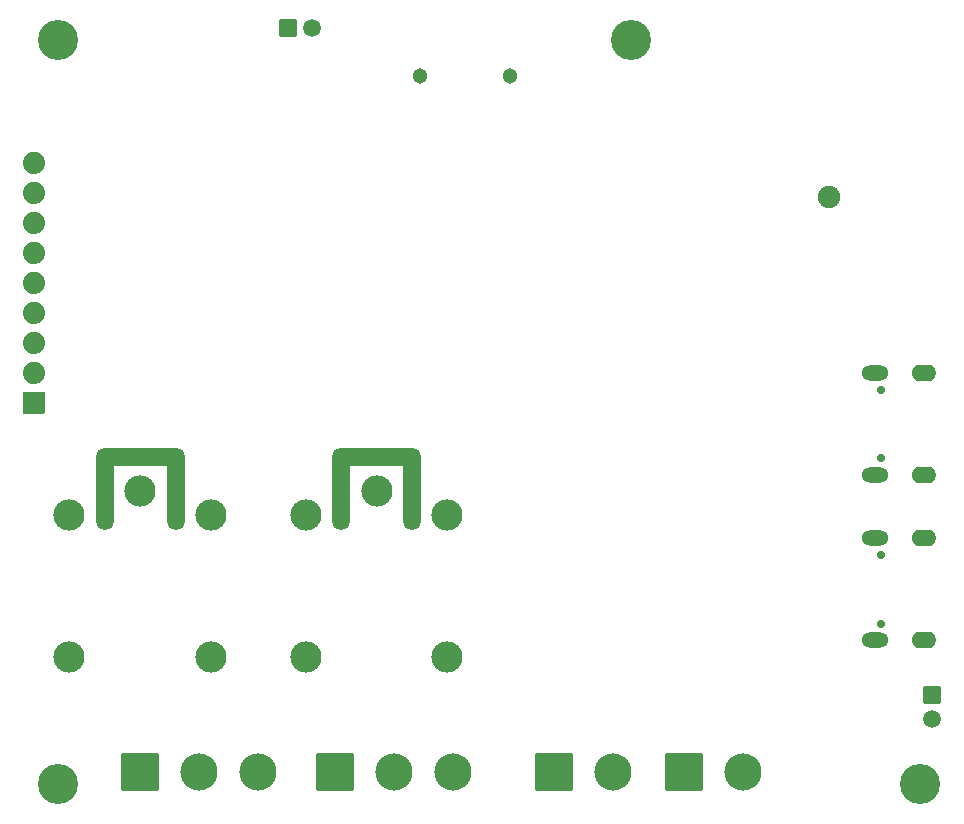
<source format=gbr>
%TF.GenerationSoftware,KiCad,Pcbnew,7.0.9-7.0.9~ubuntu22.04.1*%
%TF.CreationDate,2025-08-29T15:08:22+03:00*%
%TF.ProjectId,ESP32-C5-EVB_Rev_A,45535033-322d-4433-952d-4556425f5265,A*%
%TF.SameCoordinates,PX3938700PY9896800*%
%TF.FileFunction,Soldermask,Bot*%
%TF.FilePolarity,Negative*%
%FSLAX46Y46*%
G04 Gerber Fmt 4.6, Leading zero omitted, Abs format (unit mm)*
G04 Created by KiCad (PCBNEW 7.0.9-7.0.9~ubuntu22.04.1) date 2025-08-29 15:08:22*
%MOMM*%
%LPD*%
G01*
G04 APERTURE LIST*
G04 Aperture macros list*
%AMRoundRect*
0 Rectangle with rounded corners*
0 $1 Rounding radius*
0 $2 $3 $4 $5 $6 $7 $8 $9 X,Y pos of 4 corners*
0 Add a 4 corners polygon primitive as box body*
4,1,4,$2,$3,$4,$5,$6,$7,$8,$9,$2,$3,0*
0 Add four circle primitives for the rounded corners*
1,1,$1+$1,$2,$3*
1,1,$1+$1,$4,$5*
1,1,$1+$1,$6,$7*
1,1,$1+$1,$8,$9*
0 Add four rect primitives between the rounded corners*
20,1,$1+$1,$2,$3,$4,$5,0*
20,1,$1+$1,$4,$5,$6,$7,0*
20,1,$1+$1,$6,$7,$8,$9,0*
20,1,$1+$1,$8,$9,$2,$3,0*%
G04 Aperture macros list end*
%ADD10O,2.101600X1.401600*%
%ADD11O,2.301600X1.301600*%
%ADD12C,0.701600*%
%ADD13C,1.501600*%
%ADD14RoundRect,0.050800X-0.700000X0.700000X-0.700000X-0.700000X0.700000X-0.700000X0.700000X0.700000X0*%
%ADD15C,1.301600*%
%ADD16O,1.500000X7.000000*%
%ADD17O,7.500000X1.500000*%
%ADD18C,2.641600*%
%ADD19RoundRect,0.050800X0.889000X-0.889000X0.889000X0.889000X-0.889000X0.889000X-0.889000X-0.889000X0*%
%ADD20C,1.879600*%
%ADD21C,3.401600*%
%ADD22C,1.901600*%
%ADD23RoundRect,0.050800X-0.700000X-0.700000X0.700000X-0.700000X0.700000X0.700000X-0.700000X0.700000X0*%
%ADD24RoundRect,0.050800X-1.524000X-1.524000X1.524000X-1.524000X1.524000X1.524000X-1.524000X1.524000X0*%
%ADD25C,3.149600*%
G04 APERTURE END LIST*
D10*
%TO.C,USB-UART1*%
X76850000Y29680000D03*
X76850000Y38320000D03*
D11*
X72670000Y29680000D03*
X72670000Y38320000D03*
D12*
X73170000Y31110000D03*
X73170000Y36890000D03*
%TD*%
D13*
%TO.C,PWR1*%
X77538220Y8999240D03*
D14*
X77535680Y11028700D03*
%TD*%
D15*
%TO.C,UEXT1*%
X34190000Y63500000D03*
X41810000Y63500000D03*
%TD*%
D16*
%TO.C,RELAY2*%
X27500000Y28500000D03*
X33500000Y28500000D03*
D17*
X30500000Y31250000D03*
D18*
X24500000Y26300000D03*
X36500000Y26300000D03*
X30500000Y28300000D03*
X36500000Y14300000D03*
X24500000Y14300000D03*
%TD*%
D19*
%TO.C,EXT1*%
X1500000Y35800000D03*
D20*
X1500000Y38340000D03*
X1500000Y40880000D03*
X1500000Y43420000D03*
X1500000Y45960000D03*
X1500000Y48500000D03*
X1500000Y51040000D03*
X1500000Y53580000D03*
X1500000Y56120000D03*
%TD*%
D21*
%TO.C,MH2*%
X3500000Y3500000D03*
%TD*%
D22*
%TO.C,U4*%
X68830000Y53260000D03*
%TD*%
D21*
%TO.C,MH4*%
X52000000Y66500000D03*
%TD*%
D18*
%TO.C,RELAY1*%
X4500000Y14300000D03*
X16500000Y14300000D03*
X10500000Y28300000D03*
X16500000Y26300000D03*
X4500000Y26300000D03*
D17*
X10500000Y31250000D03*
D16*
X13500000Y28500000D03*
X7500000Y28500000D03*
%TD*%
D21*
%TO.C,MH3*%
X76500000Y3500000D03*
%TD*%
D23*
%TO.C,BAT1*%
X22971300Y67535680D03*
D13*
X25000760Y67538220D03*
%TD*%
D24*
%TO.C,IN2*%
X56500000Y4500000D03*
D25*
X61500000Y4500000D03*
%TD*%
D21*
%TO.C,MH1*%
X3500000Y66500000D03*
%TD*%
D12*
%TO.C,USB-JTAG1*%
X73170000Y22890000D03*
X73170000Y17110000D03*
D11*
X72670000Y24320000D03*
X72670000Y15680000D03*
D10*
X76850000Y24320000D03*
X76850000Y15680000D03*
%TD*%
D25*
%TO.C,IN1*%
X50500000Y4500000D03*
D24*
X45500000Y4500000D03*
%TD*%
%TO.C,CON1*%
X10500000Y4500000D03*
D25*
X15500000Y4500000D03*
X20500000Y4500000D03*
%TD*%
D24*
%TO.C,CON2*%
X27000000Y4500000D03*
D25*
X32000000Y4500000D03*
X37000000Y4500000D03*
%TD*%
M02*

</source>
